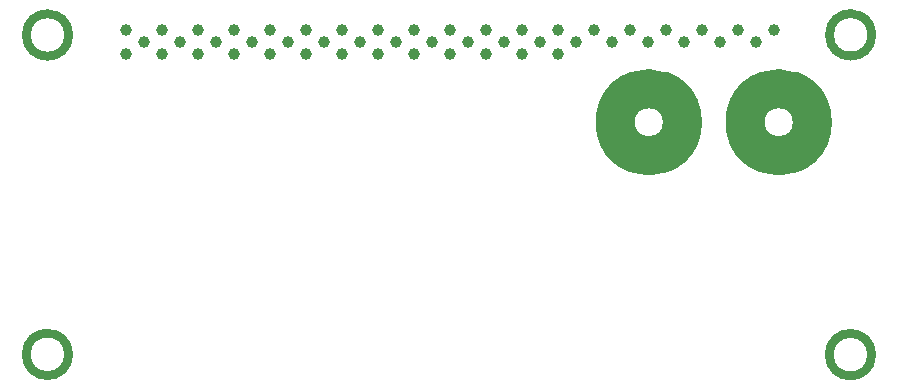
<source format=gbs>
G04 #@! TF.FileFunction,Soldermask,Bot*
%FSLAX46Y46*%
G04 Gerber Fmt 4.6, Leading zero omitted, Abs format (unit mm)*
G04 Created by KiCad (PCBNEW (2016-10-28 revision 192d4b8)-makepkg) date 11/04/16 19:07:24*
%MOMM*%
%LPD*%
G01*
G04 APERTURE LIST*
%ADD10C,0.150000*%
%ADD11C,0.800000*%
%ADD12C,3.000000*%
%ADD13C,0.700000*%
%ADD14C,1.350000*%
%ADD15C,1.000000*%
G04 APERTURE END LIST*
D10*
D11*
X73764627Y-4795704D02*
G75*
G03X73764627Y-4795704I-1800000J0D01*
G01*
X73744627Y-31875704D02*
G75*
G03X73744627Y-31875704I-1800000J0D01*
G01*
X5754627Y-31845704D02*
G75*
G03X5754627Y-31845704I-1800000J0D01*
G01*
X5764627Y-4805704D02*
G75*
G03X5764627Y-4805704I-1800000J0D01*
G01*
D12*
X57534854Y-12189422D02*
G75*
G03X57534854Y-12189422I-2660000J0D01*
G01*
D13*
X57804854Y-10349422D02*
X57804854Y-14039422D01*
D14*
X58704854Y-12189422D02*
G75*
G03X58704854Y-12189422I-3830000J0D01*
G01*
X69704854Y-12189422D02*
G75*
G03X69704854Y-12189422I-3830000J0D01*
G01*
D13*
X68804854Y-10349422D02*
X68804854Y-14039422D01*
D12*
X68534854Y-12189422D02*
G75*
G03X68534854Y-12189422I-2660000J0D01*
G01*
D15*
X47196127Y-6455704D03*
X44150627Y-6455704D03*
X41105127Y-6455704D03*
X38059627Y-6455704D03*
X35014127Y-6455704D03*
X31968627Y-6455704D03*
X28923127Y-6455704D03*
X25877627Y-6455704D03*
X22832127Y-6455704D03*
X19786627Y-6455704D03*
X16741127Y-6455704D03*
X13695627Y-6455704D03*
X10650127Y-6455704D03*
X18261127Y-5415704D03*
X21306627Y-5415704D03*
X12170127Y-5415704D03*
X27397627Y-5415704D03*
X15215627Y-5415704D03*
X24352127Y-5415704D03*
X48716127Y-5415704D03*
X33488627Y-5415704D03*
X36534127Y-5415704D03*
X42625127Y-5415704D03*
X45670627Y-5415704D03*
X39579627Y-5415704D03*
X30443127Y-5415704D03*
X63943627Y-5415704D03*
X54807127Y-5415704D03*
X57852627Y-5415704D03*
X60898127Y-5415704D03*
X51761627Y-5415704D03*
X65469127Y-4355704D03*
X62423627Y-4355704D03*
X59378127Y-4355704D03*
X56332627Y-4355704D03*
X53287127Y-4355704D03*
X50241627Y-4355704D03*
X47196127Y-4355704D03*
X44150627Y-4355704D03*
X41105127Y-4355704D03*
X38059627Y-4355704D03*
X35014127Y-4355704D03*
X31968627Y-4355704D03*
X28923127Y-4355704D03*
X25877627Y-4355704D03*
X22832127Y-4355704D03*
X19786627Y-4355704D03*
X16741127Y-4355704D03*
X13695627Y-4355704D03*
X10650127Y-4355704D03*
M02*

</source>
